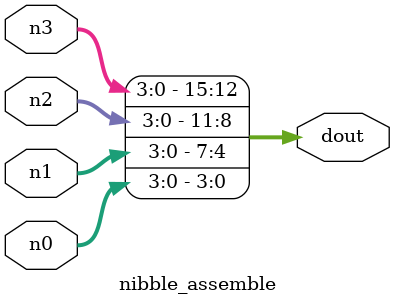
<source format=sv>
module nibble_swap(
    input  [15:0] data_in,
    input         swap_en,
    output [15:0] data_out
);

    wire [3:0] nibble_3;
    wire [3:0] nibble_2;
    wire [3:0] nibble_1;
    wire [3:0] nibble_0;
    wire [3:0] swapped_nibble_3;
    wire [3:0] swapped_nibble_2;
    wire [3:0] swapped_nibble_1;
    wire [3:0] swapped_nibble_0;

    // Nibble extraction
    nibble_extract u_nibble_extract (
        .din      (data_in),
        .n3       (nibble_3),
        .n2       (nibble_2),
        .n1       (nibble_1),
        .n0       (nibble_0)
    );

    // Nibble swapping logic
    nibble_swap_core u_nibble_swap_core (
        .n3         (nibble_3),
        .n2         (nibble_2),
        .n1         (nibble_1),
        .n0         (nibble_0),
        .swap_en    (swap_en),
        .sn3        (swapped_nibble_3),
        .sn2        (swapped_nibble_2),
        .sn1        (swapped_nibble_1),
        .sn0        (swapped_nibble_0)
    );

    // Nibble assembly
    nibble_assemble u_nibble_assemble (
        .n3       (swapped_nibble_3),
        .n2       (swapped_nibble_2),
        .n1       (swapped_nibble_1),
        .n0       (swapped_nibble_0),
        .dout     (data_out)
    );

endmodule

// -----------------------------------------------------------------------------
// Submodule: nibble_extract
// Function: Extracts 4-bit nibbles from 16-bit input
// -----------------------------------------------------------------------------
module nibble_extract(
    input  [15:0] din,
    output [3:0]  n3,
    output [3:0]  n2,
    output [3:0]  n1,
    output [3:0]  n0
);
    assign n3 = din[15:12];
    assign n2 = din[11:8];
    assign n1 = din[7:4];
    assign n0 = din[3:0];
endmodule

// -----------------------------------------------------------------------------
// Submodule: nibble_swap_core
// Function: Swaps the positions of the 4 nibbles based on swap_en
// -----------------------------------------------------------------------------
module nibble_swap_core(
    input  [3:0] n3,
    input  [3:0] n2,
    input  [3:0] n1,
    input  [3:0] n0,
    input        swap_en,
    output [3:0] sn3,
    output [3:0] sn2,
    output [3:0] sn1,
    output [3:0] sn0
);
    reg [3:0] sn3_reg, sn2_reg, sn1_reg, sn0_reg;

    always @(*) begin
        if (swap_en) begin
            sn3_reg = n0;
            sn2_reg = n1;
            sn1_reg = n2;
            sn0_reg = n3;
        end else begin
            sn3_reg = n3;
            sn2_reg = n2;
            sn1_reg = n1;
            sn0_reg = n0;
        end
    end

    assign sn3 = sn3_reg;
    assign sn2 = sn2_reg;
    assign sn1 = sn1_reg;
    assign sn0 = sn0_reg;
endmodule

// -----------------------------------------------------------------------------
// Submodule: nibble_assemble
// Function: Assembles 4 nibbles into a 16-bit output word
// -----------------------------------------------------------------------------
module nibble_assemble(
    input  [3:0] n3,
    input  [3:0] n2,
    input  [3:0] n1,
    input  [3:0] n0,
    output [15:0] dout
);
    assign dout = {n3, n2, n1, n0};
endmodule
</source>
